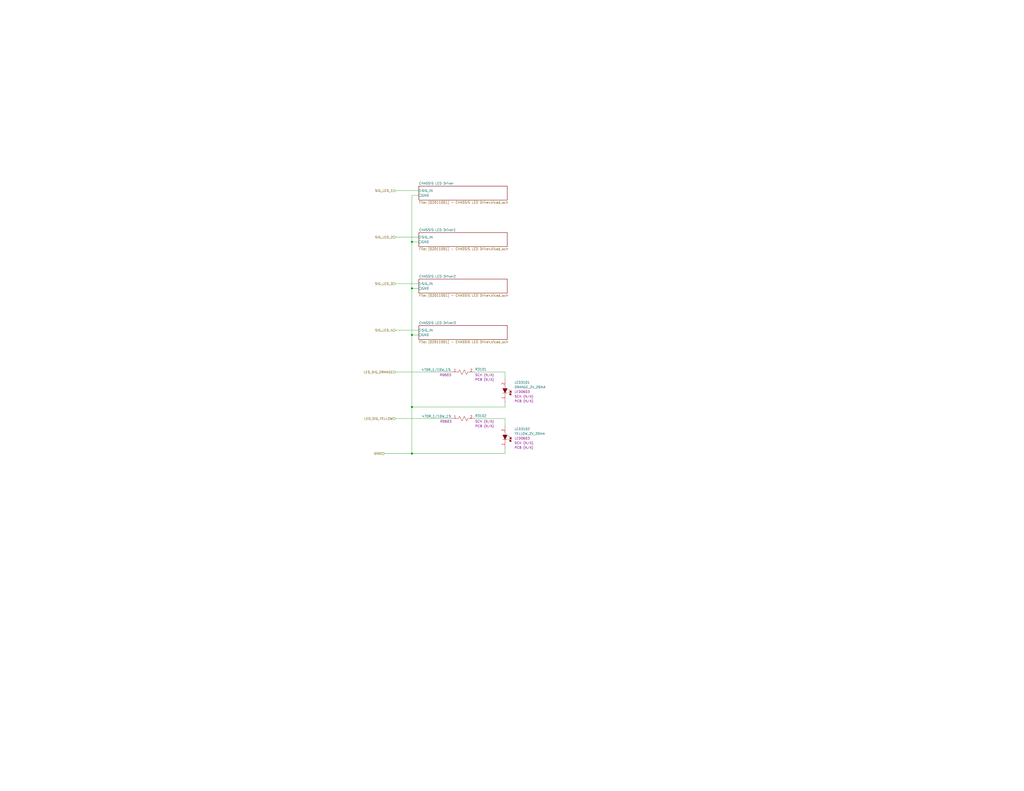
<source format=kicad_sch>
(kicad_sch (version 20231120) (generator "eeschema") (generator_version "8.0")
  (paper "C")
  (title_block (comment 2 "DRAFT"))
  (lib_symbols
    (symbol "_SCHLIB_Qcopter:DIODE_LED_ORANGE_2V_20mA_611nm_LED0603"
      (property "Reference" "LED" (at 3.556 5.588 0))
      (property "Value" "ORANGE_2V_20mA" (at 3.81 8.128 0))
      (property "Package" "LED0603" (at 3.81 36.83 0))
      (property "SCH CHECK" "SCH (N/A)" (at 3.81 31.496 0))
      (property "PCB CHECK" "PCB (N/A)" (at 3.81 34.036 0))
      (symbol "DIODE_LED_ORANGE_2V_20mA_611nm_LED0603_0_1"
        (polyline (pts (xy 5.588 1.905) (xy 6.604 2.794)))
        (polyline (pts (xy 7.239 1.905) (xy 8.001 2.667)))
        (polyline (pts (xy 7.62 -1.27) (xy 7.62 1.27)))
        (polyline (pts (xy 5.08 1.27) (xy 5.08 -1.27) (xy 7.62 0) (xy 5.08 1.27)) (fill (type outline)))
        (polyline (pts (xy 6.223 3.302) (xy 7.112 2.413) (xy 7.366 3.556) (xy 6.223 3.302)) (fill (type outline)))
        (polyline (pts (xy 7.62 3.175) (xy 8.509 2.286) (xy 8.763 3.429) (xy 7.62 3.175)) (fill (type outline)))
      )
      (symbol "DIODE_LED_ORANGE_2V_20mA_611nm_LED0603_1_1"
        (pin passive line (at 12.7 0 180) (length 5.08) (name "") (number "1"))
        (pin passive line (at 0 0 0) (length 5.08) (name "") (number "2"))
      )
    )
    (symbol "_SCHLIB_Qcopter:DIODE_LED_YELLOW_2V_20mA_590nm_LED0603"
      (property "Reference" "LED" (at 3.048 6.35 0))
      (property "Value" "YELLOW_2V_20mA" (at 3.302 8.89 0))
      (property "Package" "LED0603" (at 3.302 37.592 0))
      (property "SCH CHECK" "SCH (N/A)" (at 3.302 32.258 0))
      (property "PCB CHECK" "PCB (N/A)" (at 3.302 34.798 0))
      (symbol "DIODE_LED_YELLOW_2V_20mA_590nm_LED0603_0_1"
        (polyline (pts (xy 5.588 1.905) (xy 6.604 2.794)))
        (polyline (pts (xy 7.239 1.905) (xy 8.001 2.667)))
        (polyline (pts (xy 7.62 -1.27) (xy 7.62 1.27)))
        (polyline (pts (xy 5.08 1.27) (xy 5.08 -1.27) (xy 7.62 0) (xy 5.08 1.27)) (fill (type outline)))
        (polyline (pts (xy 6.223 3.302) (xy 7.112 2.413) (xy 7.366 3.556) (xy 6.223 3.302)) (fill (type outline)))
        (polyline (pts (xy 7.62 3.175) (xy 8.509 2.286) (xy 8.763 3.429) (xy 7.62 3.175)) (fill (type outline)))
      )
      (symbol "DIODE_LED_YELLOW_2V_20mA_590nm_LED0603_1_1"
        (pin passive line (at 12.7 0 180) (length 5.08) (name "") (number "1"))
        (pin passive line (at 0 0 0) (length 5.08) (name "") (number "2"))
      )
    )
    (symbol "_SCHLIB_Qcopter:RES_470R_1/10W_1%_R0603"
      (property "Reference" "R" (at 3.556 4.064 0))
      (property "Value" "470R_1/10W_1%" (at 3.81 6.604 0))
      (property "Package" "R0603" (at 3.81 35.306 0))
      (property "SCH CHECK" "SCH (N/A)" (at 3.81 29.972 0))
      (property "PCB CHECK" "PCB (N/A)" (at 3.81 32.512 0))
      (symbol "RES_470R_1/10W_1%_R0603_0_0"
        (polyline (pts (xy 3.81 0) (xy 4.445 1.27) (xy 5.715 -1.27) (xy 6.985 1.27) (xy 8.255 -1.27) (xy 8.89 0)))
      )
      (symbol "RES_470R_1/10W_1%_R0603_1_1"
        (pin passive line (at 0 0 0) (length 3.81) (name "") (number "1"))
        (pin passive line (at 12.7 0 180) (length 3.81) (name "") (number "2"))
      )
    )
  )
  (junction (at 224.79 132.08))
  (junction (at 224.79 157.48))
  (junction (at 224.79 247.65))
  (junction (at 224.79 222.25))
  (junction (at 224.79 182.88))
  (wire (pts (xy 275.59 203.2) (xy 275.59 207.01)))
  (wire (pts (xy 215.9 154.94) (xy 228.6 154.94)))
  (wire (pts (xy 215.9 104.14) (xy 228.6 104.14)))
  (wire (pts (xy 224.79 106.68) (xy 224.79 132.08)))
  (wire (pts (xy 215.9 203.2) (xy 246.38 203.2)))
  (wire (pts (xy 228.6 106.68) (xy 224.79 106.68)))
  (wire (pts (xy 275.59 245.11) (xy 275.59 247.65)))
  (wire (pts (xy 224.79 222.25) (xy 275.59 222.25)))
  (wire (pts (xy 215.9 228.6) (xy 246.38 228.6)))
  (wire (pts (xy 224.79 132.08) (xy 228.6 132.08)))
  (wire (pts (xy 224.79 157.48) (xy 228.6 157.48)))
  (wire (pts (xy 275.59 228.6) (xy 275.59 232.41)))
  (wire (pts (xy 215.9 129.54) (xy 228.6 129.54)))
  (wire (pts (xy 224.79 182.88) (xy 228.6 182.88)))
  (wire (pts (xy 259.08 228.6) (xy 275.59 228.6)))
  (wire (pts (xy 224.79 222.25) (xy 224.79 182.88)))
  (wire (pts (xy 259.08 203.2) (xy 275.59 203.2)))
  (wire (pts (xy 224.79 247.65) (xy 224.79 222.25)))
  (wire (pts (xy 275.59 219.71) (xy 275.59 222.25)))
  (wire (pts (xy 224.79 157.48) (xy 224.79 182.88)))
  (wire (pts (xy 209.55 247.65) (xy 224.79 247.65)))
  (wire (pts (xy 215.9 180.34) (xy 228.6 180.34)))
  (wire (pts (xy 275.59 247.65) (xy 224.79 247.65)))
  (wire (pts (xy 224.79 132.08) (xy 224.79 157.48)))
  (hierarchical_label "GND" (shape passive) (at 209.55 247.65 180))
  (hierarchical_label "LED_SIG_ORANGE" (shape input) (at 215.9 203.2 180))
  (hierarchical_label "SIG_LED_1" (shape input) (at 215.9 104.14 180))
  (hierarchical_label "SIG_LED_2" (shape input) (at 215.9 129.54 180))
  (hierarchical_label "SIG_LED_3" (shape input) (at 215.9 154.94 180))
  (hierarchical_label "SIG_LED_4" (shape input) (at 215.9 180.34 180))
  (hierarchical_label "LED_SIG_YELLOW" (shape input) (at 215.9 228.6 180))
  (symbol (lib_id "_SCHLIB_Qcopter:RES_470R_1/10W_1%_R0603") (at 246.38 203.2 0) (unit 1)
    (property "Reference" "R3101" (at 262.382 201.676 0))
    (property "Value" "470R_1/10W_1%" (at 237.998 201.93 0))
    (property "Footprint" "Resistor_SMD:R_0603_1608Metric" (effects (hide yes)))
    (property "Datasheet" "https://www.te.com/usa-en/product-2-2176339-1.datasheet.pdf" (effects (hide yes)))
    (property "Description" "470 Ohms ±1% 0.1W, 1/10W Chip Resistor 0603 (1608 Metric) Automotive AEC-Q200, Moisture Resistant Thick Film" (effects (hide yes)))
    (property "Package" "R0603" (at 243.078 204.724 0))
    (property "Part Number (Manufacturer)" "CRGCQ0603F470R" (effects (hide yes)))
    (property "Manufacturer" "TE Connectivity Passive Product" (effects (hide yes)))
    (property "Part Number (Vendor)" "A129684TR-ND" (effects (hide yes)))
    (property "Vendor" "Digikey" (effects (hide yes)))
    (property "Purchase Link" "https://www.digikey.ca/en/products/detail/te-connectivity-passive-product/CRGCQ0603F470R/8576286" (effects (hide yes)))
    (property "SCH CHECK" "SCH (N/A)" (at 264.414 204.724 0))
    (property "PCB CHECK" "PCB (N/A)" (at 264.414 207.264 0))
  )
  (symbol (lib_id "_SCHLIB_Qcopter:RES_470R_1/10W_1%_R0603") (at 246.38 228.6 0) (unit 1)
    (property "Reference" "R3102" (at 262.382 227.076 0))
    (property "Value" "470R_1/10W_1%" (at 238.252 227.33 0))
    (property "Footprint" "Resistor_SMD:R_0603_1608Metric" (effects (hide yes)))
    (property "Datasheet" "https://www.te.com/usa-en/product-2-2176339-1.datasheet.pdf" (effects (hide yes)))
    (property "Description" "470 Ohms ±1% 0.1W, 1/10W Chip Resistor 0603 (1608 Metric) Automotive AEC-Q200, Moisture Resistant Thick Film" (effects (hide yes)))
    (property "Package" "R0603" (at 243.332 230.124 0))
    (property "Part Number (Manufacturer)" "CRGCQ0603F470R" (effects (hide yes)))
    (property "Manufacturer" "TE Connectivity Passive Product" (effects (hide yes)))
    (property "Part Number (Vendor)" "A129684TR-ND" (effects (hide yes)))
    (property "Vendor" "Digikey" (effects (hide yes)))
    (property "Purchase Link" "https://www.digikey.ca/en/products/detail/te-connectivity-passive-product/CRGCQ0603F470R/8576286" (effects (hide yes)))
    (property "SCH CHECK" "SCH (N/A)" (at 264.414 230.124 0))
    (property "PCB CHECK" "PCB (N/A)" (at 264.414 232.664 0))
  )
  (symbol (lib_id "_SCHLIB_Qcopter:DIODE_LED_YELLOW_2V_20mA_590nm_LED0603") (at 275.59 232.41 270) (unit 1)
    (property "Reference" "LED3102" (at 280.67 234.2514 90) (effects (justify left)))
    (property "Value" "YELLOW_2V_20mA" (at 280.67 236.7914 90) (effects (justify left)))
    (property "Footprint" "LED_SMD:LED_0603_1608Metric" (effects (hide yes)))
    (property "Datasheet" "https://www.we-online.com/katalog/datasheet/150060YS75000.pdf" (effects (hide yes)))
    (property "Description" "Yellow 590nm LED Indication - Discrete 2V 0603 (1608 Metric)" (effects (hide yes)))
    (property "Package" "LED0603" (at 280.67 239.3314 90) (effects (justify left)))
    (property "Part Number (Manufacturer)" "150060YS75000" (effects (hide yes)))
    (property "Manufacturer" "Würth Elektronik" (effects (hide yes)))
    (property "Part Number (Vendor)" "732-4981-2-ND" (effects (hide yes)))
    (property "Vendor" "Digikey" (effects (hide yes)))
    (property "Purchase Link" "https://www.digikey.ca/en/products/detail/w%C3%BCrth-elektronik/150060YS75000/4489909" (effects (hide yes)))
    (property "SCH CHECK" "SCH (N/A)" (at 280.67 241.8714 90) (effects (justify left)))
    (property "PCB CHECK" "PCB (N/A)" (at 280.67 244.4114 90) (effects (justify left)))
  )
  (symbol (lib_id "_SCHLIB_Qcopter:DIODE_LED_ORANGE_2V_20mA_611nm_LED0603") (at 275.59 207.01 270) (unit 1)
    (property "Reference" "LED3101" (at 280.67 208.8514 90) (effects (justify left)))
    (property "Value" "ORANGE_2V_20mA" (at 280.67 211.3914 90) (effects (justify left)))
    (property "Footprint" "LED_SMD:LED_0603_1608Metric" (effects (hide yes)))
    (property "Datasheet" "https://mm.digikey.com/Volume0/opasdata/d220001/medias/docus/3697/B1911UD--20D001014U1930.pdf" (effects (hide yes)))
    (property "Description" "Orange 605nm LED Indication - Discrete 2V 0603 (1608 Metric)" (effects (hide yes)))
    (property "Package" "LED0603" (at 280.67 213.9314 90) (effects (justify left)))
    (property "Part Number (Manufacturer)" "B1911UD--20D001014U1930" (effects (hide yes)))
    (property "Manufacturer" "Harvatek Corporation" (effects (hide yes)))
    (property "Part Number (Vendor)" "3147-B1911UD--20D001014U1930TR-ND" (effects (hide yes)))
    (property "Vendor" "Digikey" (effects (hide yes)))
    (property "Purchase Link" "https://www.digikey.ca/en/products/detail/harvatek-corporation/B1911UD-20D001014U1930/15519993" (effects (hide yes)))
    (property "SCH CHECK" "SCH (N/A)" (at 280.67 216.4714 90) (effects (justify left)))
    (property "PCB CHECK" "PCB (N/A)" (at 280.67 219.0114 90) (effects (justify left)))
  )
  (sheet (at 228.6 152.4) (size 48.26 7.62) (stroke (width 0.1524))
    (property "Sheetname" "CHASSIS LED Driver2" (at 228.6 151.6884 0) (effects (justify left bottom)))
    (property "Sheetfile" "[02011001] - CHASSIS LED Driver.kicad_sch" (at 228.6 160.6046 0) (effects (justify left top)))
    (pin "GND" passive (at 228.6 157.48 180))
    (pin "SIG_IN" input (at 228.6 154.94 180))
  )
  (sheet (at 228.6 127) (size 48.26 7.62) (stroke (width 0.1524))
    (property "Sheetname" "CHASSIS LED Driver1" (at 228.6 126.2884 0) (effects (justify left bottom)))
    (property "Sheetfile" "[02011001] - CHASSIS LED Driver.kicad_sch" (at 228.6 135.2046 0) (effects (justify left top)))
    (pin "GND" passive (at 228.6 132.08 180))
    (pin "SIG_IN" input (at 228.6 129.54 180))
  )
  (sheet (at 228.6 177.8) (size 48.26 7.62) (stroke (width 0.1524))
    (property "Sheetname" "CHASSIS LED Driver3" (at 228.6 177.0884 0) (effects (justify left bottom)))
    (property "Sheetfile" "[02011001] - CHASSIS LED Driver.kicad_sch" (at 228.6 186.0046 0) (effects (justify left top)))
    (pin "GND" passive (at 228.6 182.88 180))
    (pin "SIG_IN" input (at 228.6 180.34 180))
  )
  (sheet (at 228.6 101.6) (size 48.26 7.62) (stroke (width 0.1524))
    (property "Sheetname" "CHASSIS LED Driver" (at 228.6 100.8884 0) (effects (justify left bottom)))
    (property "Sheetfile" "[02011001] - CHASSIS LED Driver.kicad_sch" (at 228.6 109.8046 0) (effects (justify left top)))
    (pin "GND" passive (at 228.6 106.68 180))
    (pin "SIG_IN" input (at 228.6 104.14 180))
  )
)
</source>
